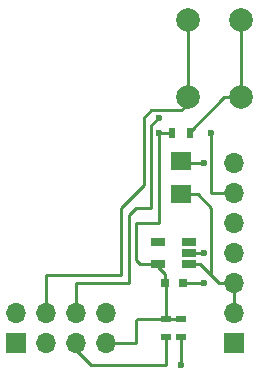
<source format=gtl>
G04 #@! TF.FileFunction,Copper,L1,Top,Signal*
%FSLAX46Y46*%
G04 Gerber Fmt 4.6, Leading zero omitted, Abs format (unit mm)*
G04 Created by KiCad (PCBNEW 4.0.6) date 08/05/17 14:41:28*
%MOMM*%
%LPD*%
G01*
G04 APERTURE LIST*
%ADD10C,0.100000*%
%ADD11R,1.700000X1.700000*%
%ADD12O,1.700000X1.700000*%
%ADD13R,1.800000X1.600000*%
%ADD14R,0.800000X0.750000*%
%ADD15R,1.220000X0.650000*%
%ADD16R,0.500000X0.900000*%
%ADD17R,0.900000X0.500000*%
%ADD18C,2.000000*%
%ADD19C,0.600000*%
%ADD20C,0.250000*%
G04 APERTURE END LIST*
D10*
D11*
X33655000Y-195580000D03*
D12*
X33655000Y-193040000D03*
X33655000Y-190500000D03*
X33655000Y-187960000D03*
X33655000Y-185420000D03*
X33655000Y-182880000D03*
X33655000Y-180340000D03*
D13*
X29210000Y-183010000D03*
X29210000Y-180210000D03*
D14*
X27825000Y-190500000D03*
X29325000Y-190500000D03*
D11*
X15240000Y-195580000D03*
D12*
X15240000Y-193040000D03*
X17780000Y-195580000D03*
X17780000Y-193040000D03*
X20320000Y-195580000D03*
X20320000Y-193040000D03*
X22860000Y-195580000D03*
X22860000Y-193040000D03*
D15*
X29885000Y-188910000D03*
X29885000Y-187960000D03*
X29885000Y-187010000D03*
X27265000Y-187010000D03*
X27265000Y-188910000D03*
D16*
X28460000Y-177800000D03*
X29960000Y-177800000D03*
D17*
X27940000Y-193560000D03*
X27940000Y-195060000D03*
X29210000Y-193560000D03*
X29210000Y-195060000D03*
D18*
X29790000Y-168275000D03*
X34290000Y-168275000D03*
X29790000Y-174775000D03*
X34290000Y-174775000D03*
D19*
X31115000Y-180340000D03*
X31115000Y-190500000D03*
X31115000Y-187960000D03*
X27305000Y-177800000D03*
X31750000Y-177800000D03*
X29210000Y-197485000D03*
X27305000Y-176530000D03*
D20*
X31750000Y-189865000D02*
X32385000Y-190500000D01*
X32385000Y-190500000D02*
X33655000Y-190500000D01*
X33655000Y-190500000D02*
X33655000Y-193040000D01*
X29210000Y-183010000D02*
X30610000Y-183010000D01*
X31750000Y-184150000D02*
X31750000Y-189865000D01*
X30610000Y-183010000D02*
X31750000Y-184150000D01*
X29885000Y-188910000D02*
X30795000Y-188910000D01*
X30795000Y-188910000D02*
X31750000Y-189865000D01*
X29325000Y-190500000D02*
X31115000Y-190500000D01*
X31115000Y-187960000D02*
X29885000Y-187960000D01*
X31115000Y-180340000D02*
X29340000Y-180340000D01*
X29340000Y-180340000D02*
X29210000Y-180210000D01*
X31750000Y-182880000D02*
X33655000Y-182880000D01*
X31750000Y-182880000D02*
X31750000Y-177800000D01*
X28460000Y-177800000D02*
X27305000Y-177800000D01*
X27305000Y-177800000D02*
X27305000Y-185420000D01*
X22860000Y-195580000D02*
X25400000Y-195580000D01*
X25515000Y-193560000D02*
X27940000Y-193560000D01*
X25400000Y-193675000D02*
X25515000Y-193560000D01*
X25400000Y-195580000D02*
X25400000Y-193675000D01*
X25715000Y-188910000D02*
X27265000Y-188910000D01*
X25400000Y-188595000D02*
X25715000Y-188910000D01*
X25400000Y-185420000D02*
X25400000Y-188595000D01*
X27305000Y-185420000D02*
X25400000Y-185420000D01*
X27825000Y-190500000D02*
X27825000Y-189750000D01*
X27825000Y-189750000D02*
X27265000Y-189190000D01*
X27265000Y-189190000D02*
X27265000Y-188910000D01*
X27940000Y-193560000D02*
X27940000Y-190615000D01*
X27940000Y-190615000D02*
X27825000Y-190500000D01*
X27940000Y-193560000D02*
X29210000Y-193560000D01*
X29210000Y-197485000D02*
X29210000Y-195060000D01*
X20320000Y-195580000D02*
X20320000Y-196215000D01*
X20320000Y-196215000D02*
X21590000Y-197485000D01*
X21590000Y-197485000D02*
X27940000Y-197485000D01*
X27940000Y-197485000D02*
X27940000Y-195060000D01*
X26670000Y-175895000D02*
X29210000Y-175895000D01*
X29210000Y-175895000D02*
X29790000Y-175315000D01*
X29790000Y-175315000D02*
X29790000Y-174775000D01*
X29790000Y-174775000D02*
X29790000Y-168275000D01*
X17780000Y-193040000D02*
X17780000Y-189865000D01*
X26035000Y-176530000D02*
X26670000Y-175895000D01*
X26035000Y-182245000D02*
X26035000Y-176530000D01*
X25400000Y-182880000D02*
X26035000Y-182245000D01*
X24130000Y-184150000D02*
X25400000Y-182880000D01*
X24130000Y-189865000D02*
X24130000Y-184150000D01*
X17780000Y-189865000D02*
X24130000Y-189865000D01*
X34290000Y-174775000D02*
X34290000Y-168275000D01*
X29960000Y-177800000D02*
X29960000Y-177685000D01*
X29960000Y-177685000D02*
X32870000Y-174775000D01*
X32870000Y-174775000D02*
X34290000Y-174775000D01*
X20320000Y-190500000D02*
X20320000Y-193040000D01*
X26670000Y-177165000D02*
X27305000Y-176530000D01*
X26670000Y-184150000D02*
X26670000Y-177165000D01*
X25400000Y-184150000D02*
X26670000Y-184150000D01*
X24765000Y-184785000D02*
X25400000Y-184150000D01*
X24765000Y-190500000D02*
X24765000Y-184785000D01*
X20320000Y-190500000D02*
X24765000Y-190500000D01*
M02*

</source>
